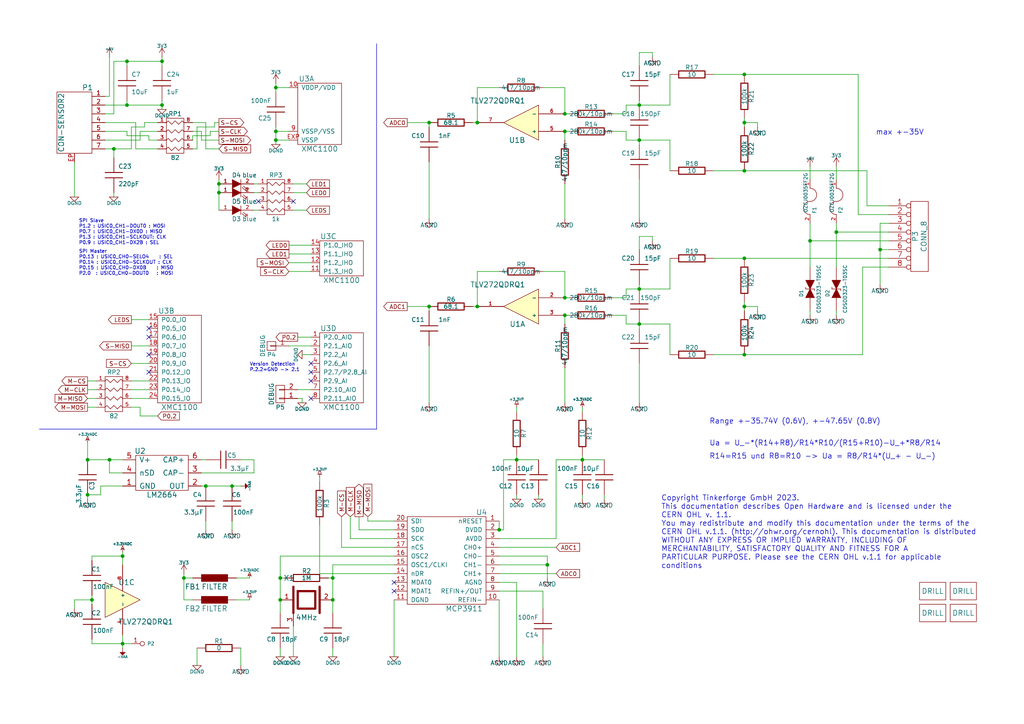
<source format=kicad_sch>
(kicad_sch (version 20230121) (generator eeschema)
  (paper "A4")
  (title_block (title "Industrial Dual Analog In") (date "2023-01-26") (rev "2.2") (company "Tinkerforge GmbH") (comment 1 "Licensed under CERN OHL v.1.1") (comment 2 "Copyright (©) 2023, B.Nordmeyer <bastian@tinkerforge.com>"))
  (junction (at 96.52 173.99))
  (junction (at 63.5 55.88))
  (junction (at 185.42 93.98))
  (junction (at 215.9 21.59))
  (junction (at 35.56 186.69))
  (junction (at 46.99 17.78))
  (junction (at 81.28 173.99))
  (junction (at 67.31 140.97))
  (junction (at 35.56 161.29))
  (junction (at 124.46 35.56))
  (junction (at 36.83 17.78))
  (junction (at 26.67 173.99))
  (junction (at 53.34 167.64))
  (junction (at 163.83 33.02))
  (junction (at 234.95 69.85))
  (junction (at 215.9 88.9))
  (junction (at 185.42 30.48))
  (junction (at 59.69 140.97))
  (junction (at 25.4 143.51))
  (junction (at 185.42 40.64))
  (junction (at 124.46 88.9))
  (junction (at 215.9 35.56))
  (junction (at 158.75 163.83))
  (junction (at 168.91 133.35))
  (junction (at 242.57 67.31))
  (junction (at 36.83 30.48))
  (junction (at 163.83 38.1))
  (junction (at 81.28 167.64))
  (junction (at 31.75 133.35))
  (junction (at 96.52 167.64))
  (junction (at 33.02 43.18))
  (junction (at 80.01 38.1))
  (junction (at 215.9 74.93))
  (junction (at 144.78 153.67))
  (junction (at 80.01 40.64))
  (junction (at 255.27 72.39))
  (junction (at 80.01 25.4))
  (junction (at 149.86 133.35))
  (junction (at 25.4 133.35))
  (junction (at 163.83 91.44))
  (junction (at 185.42 83.82))
  (junction (at 138.43 88.9))
  (junction (at 138.43 35.56))
  (junction (at 215.9 102.87))
  (junction (at 163.83 86.36))
  (junction (at 215.9 49.53))
  (junction (at 63.5 53.34))
  (junction (at 46.99 30.48))
  (no_connect (at 43.18 102.87))
  (no_connect (at 114.3 171.45))
  (no_connect (at 74.93 58.42))
  (no_connect (at 90.17 110.49))
  (no_connect (at 90.17 115.57))
  (no_connect (at 43.18 95.25))
  (no_connect (at 43.18 107.95))
  (no_connect (at 43.18 97.79))
  (no_connect (at 114.3 168.91))
  (no_connect (at 90.17 107.95))
  (no_connect (at 90.17 105.41))
  (no_connect (at 85.09 58.42))
  (wire (pts (xy 251.46 49.53) (xy 251.46 59.69)))
  (wire (pts (xy 80.01 24.13) (xy 80.01 25.4)))
  (wire (pts (xy 215.9 35.56) (xy 215.9 36.83)))
  (wire (pts (xy 106.68 151.13) (xy 106.68 149.86)))
  (wire (pts (xy 35.56 186.69) (xy 38.1 186.69)))
  (wire (pts (xy 165.1 86.36) (xy 163.83 86.36)))
  (wire (pts (xy 163.83 116.84) (xy 163.83 106.68)))
  (wire (pts (xy 59.69 151.13) (xy 59.69 153.67)))
  (wire (pts (xy 26.67 186.69) (xy 35.56 186.69)))
  (wire (pts (xy 185.42 30.48) (xy 185.42 29.21)))
  (wire (pts (xy 251.46 59.69) (xy 257.81 59.69)))
  (wire (pts (xy 63.5 52.07) (xy 63.5 53.34)))
  (wire (pts (xy 31.75 133.35) (xy 25.4 133.35)))
  (wire (pts (xy 215.9 35.56) (xy 219.71 35.56)))
  (wire (pts (xy 124.46 35.56) (xy 124.46 36.83)))
  (wire (pts (xy 138.43 25.4) (xy 144.78 25.4)))
  (wire (pts (xy 40.64 40.64) (xy 40.64 38.1)))
  (wire (pts (xy 30.48 27.94) (xy 31.75 27.94)))
  (wire (pts (xy 242.57 64.77) (xy 242.57 67.31)))
  (wire (pts (xy 57.15 43.18) (xy 57.15 36.83)))
  (wire (pts (xy 181.61 93.98) (xy 181.61 91.44)))
  (wire (pts (xy 219.71 35.56) (xy 219.71 36.83)))
  (wire (pts (xy 149.86 133.35) (xy 156.21 133.35)))
  (wire (pts (xy 35.56 161.29) (xy 26.67 161.29)))
  (wire (pts (xy 101.6 156.21) (xy 101.6 149.86)))
  (wire (pts (xy 207.01 74.93) (xy 215.9 74.93)))
  (wire (pts (xy 144.78 158.75) (xy 161.29 158.75)))
  (wire (pts (xy 163.83 91.44) (xy 163.83 93.98)))
  (wire (pts (xy 62.23 35.56) (xy 63.5 35.56)))
  (wire (pts (xy 26.67 161.29) (xy 26.67 162.56)))
  (wire (pts (xy 185.42 68.58) (xy 185.42 72.39)))
  (wire (pts (xy 36.83 38.1) (xy 36.83 39.37)))
  (wire (pts (xy 33.02 33.02) (xy 33.02 17.78)))
  (wire (pts (xy 101.6 156.21) (xy 114.3 156.21)))
  (wire (pts (xy 67.31 140.97) (xy 69.85 140.97)))
  (wire (pts (xy 80.01 40.64) (xy 83.82 40.64)))
  (wire (pts (xy 165.1 33.02) (xy 163.83 33.02)))
  (wire (pts (xy 38.1 92.71) (xy 43.18 92.71)))
  (wire (pts (xy 59.69 35.56) (xy 59.69 43.18)))
  (wire (pts (xy 38.1 105.41) (xy 43.18 105.41)))
  (wire (pts (xy 30.48 30.48) (xy 36.83 30.48)))
  (wire (pts (xy 27.94 113.03) (xy 25.4 113.03)))
  (wire (pts (xy 25.4 133.35) (xy 25.4 128.27)))
  (wire (pts (xy 144.78 151.13) (xy 144.78 153.67)))
  (wire (pts (xy 90.17 76.2) (xy 83.82 76.2)))
  (wire (pts (xy 118.11 35.56) (xy 124.46 35.56)))
  (wire (pts (xy 219.71 88.9) (xy 219.71 90.17)))
  (wire (pts (xy 255.27 72.39) (xy 255.27 82.55)))
  (wire (pts (xy 36.83 19.05) (xy 36.83 17.78)))
  (wire (pts (xy 80.01 40.64) (xy 80.01 38.1)))
  (wire (pts (xy 38.1 113.03) (xy 43.18 113.03)))
  (wire (pts (xy 215.9 88.9) (xy 219.71 88.9)))
  (wire (pts (xy 149.86 119.38) (xy 149.86 118.11)))
  (wire (pts (xy 59.69 140.97) (xy 67.31 140.97)))
  (wire (pts (xy 215.9 87.63) (xy 215.9 88.9)))
  (wire (pts (xy 163.83 78.74) (xy 157.48 78.74)))
  (wire (pts (xy 74.93 55.88) (xy 73.66 55.88)))
  (wire (pts (xy 41.91 35.56) (xy 45.72 35.56)))
  (wire (pts (xy 144.78 168.91) (xy 149.86 168.91)))
  (wire (pts (xy 85.09 60.96) (xy 88.9 60.96)))
  (wire (pts (xy 185.42 83.82) (xy 194.31 83.82)))
  (wire (pts (xy 46.99 30.48) (xy 46.99 31.75)))
  (wire (pts (xy 45.72 120.65) (xy 40.64 120.65)))
  (wire (pts (xy 30.48 38.1) (xy 36.83 38.1)))
  (wire (pts (xy 57.15 187.96) (xy 57.15 193.04)))
  (wire (pts (xy 234.95 69.85) (xy 257.81 69.85)))
  (wire (pts (xy 35.56 133.35) (xy 31.75 133.35)))
  (wire (pts (xy 60.96 38.1) (xy 63.5 38.1)))
  (wire (pts (xy 114.3 166.37) (xy 92.71 166.37)))
  (polyline (pts (xy 109.22 12.7) (xy 109.22 124.46)))
  (wire (pts (xy 88.9 55.88) (xy 85.09 55.88)))
  (wire (pts (xy 27.94 115.57) (xy 25.4 115.57)))
  (wire (pts (xy 38.1 43.18) (xy 38.1 36.83)))
  (wire (pts (xy 80.01 41.91) (xy 80.01 40.64)))
  (wire (pts (xy 234.95 69.85) (xy 234.95 77.47)))
  (wire (pts (xy 163.83 63.5) (xy 163.83 53.34)))
  (wire (pts (xy 86.36 97.79) (xy 90.17 97.79)))
  (wire (pts (xy 25.4 110.49) (xy 27.94 110.49)))
  (wire (pts (xy 83.82 25.4) (xy 80.01 25.4)))
  (wire (pts (xy 181.61 30.48) (xy 185.42 30.48)))
  (wire (pts (xy 250.19 77.47) (xy 257.81 77.47)))
  (wire (pts (xy 215.9 88.9) (xy 215.9 90.17)))
  (wire (pts (xy 161.29 156.21) (xy 161.29 133.35)))
  (wire (pts (xy 157.48 171.45) (xy 157.48 176.53)))
  (wire (pts (xy 55.88 43.18) (xy 57.15 43.18)))
  (wire (pts (xy 234.95 52.07) (xy 234.95 48.26)))
  (wire (pts (xy 144.78 161.29) (xy 158.75 161.29)))
  (wire (pts (xy 38.1 100.33) (xy 43.18 100.33)))
  (wire (pts (xy 36.83 17.78) (xy 46.99 17.78)))
  (wire (pts (xy 31.75 137.16) (xy 31.75 133.35)))
  (wire (pts (xy 144.78 190.5) (xy 144.78 173.99)))
  (wire (pts (xy 25.4 143.51) (xy 25.4 144.78)))
  (wire (pts (xy 46.99 29.21) (xy 46.99 30.48)))
  (wire (pts (xy 36.83 30.48) (xy 36.83 29.21)))
  (wire (pts (xy 144.78 163.83) (xy 158.75 163.83)))
  (wire (pts (xy 83.82 73.66) (xy 90.17 73.66)))
  (wire (pts (xy 185.42 41.91) (xy 185.42 40.64)))
  (wire (pts (xy 35.56 184.15) (xy 35.56 186.69)))
  (wire (pts (xy 80.01 38.1) (xy 80.01 36.83)))
  (wire (pts (xy 53.34 166.37) (xy 53.34 167.64)))
  (wire (pts (xy 68.58 173.99) (xy 72.39 173.99)))
  (wire (pts (xy 138.43 35.56) (xy 138.43 25.4)))
  (wire (pts (xy 177.8 33.02) (xy 181.61 33.02)))
  (wire (pts (xy 161.29 133.35) (xy 168.91 133.35)))
  (wire (pts (xy 83.82 38.1) (xy 80.01 38.1)))
  (wire (pts (xy 234.95 64.77) (xy 234.95 69.85)))
  (wire (pts (xy 104.14 153.67) (xy 104.14 149.86)))
  (wire (pts (xy 185.42 95.25) (xy 185.42 93.98)))
  (wire (pts (xy 215.9 49.53) (xy 251.46 49.53)))
  (wire (pts (xy 96.52 163.83) (xy 96.52 167.64)))
  (wire (pts (xy 33.02 57.15) (xy 33.02 55.88)))
  (wire (pts (xy 58.42 40.64) (xy 63.5 40.64)))
  (wire (pts (xy 242.57 67.31) (xy 242.57 77.47)))
  (wire (pts (xy 73.66 60.96) (xy 74.93 60.96)))
  (wire (pts (xy 73.66 53.34) (xy 74.93 53.34)))
  (wire (pts (xy 62.23 36.83) (xy 62.23 35.56)))
  (wire (pts (xy 181.61 83.82) (xy 185.42 83.82)))
  (wire (pts (xy 30.48 43.18) (xy 33.02 43.18)))
  (wire (pts (xy 38.1 115.57) (xy 43.18 115.57)))
  (wire (pts (xy 168.91 133.35) (xy 175.26 133.35)))
  (wire (pts (xy 114.3 163.83) (xy 96.52 163.83)))
  (wire (pts (xy 138.43 88.9) (xy 138.43 78.74)))
  (wire (pts (xy 58.42 38.1) (xy 58.42 40.64)))
  (wire (pts (xy 63.5 53.34) (xy 63.5 55.88)))
  (wire (pts (xy 124.46 116.84) (xy 124.46 100.33)))
  (wire (pts (xy 55.88 39.37) (xy 60.96 39.37)))
  (wire (pts (xy 248.92 62.23) (xy 257.81 62.23)))
  (wire (pts (xy 181.61 40.64) (xy 185.42 40.64)))
  (wire (pts (xy 215.9 102.87) (xy 250.19 102.87)))
  (wire (pts (xy 55.88 38.1) (xy 58.42 38.1)))
  (wire (pts (xy 53.34 167.64) (xy 53.34 173.99)))
  (wire (pts (xy 207.01 102.87) (xy 215.9 102.87)))
  (wire (pts (xy 26.67 186.69) (xy 26.67 185.42)))
  (wire (pts (xy 185.42 105.41) (xy 185.42 116.84)))
  (wire (pts (xy 92.71 166.37) (xy 92.71 152.4)))
  (wire (pts (xy 33.02 43.18) (xy 38.1 43.18)))
  (wire (pts (xy 46.99 16.51) (xy 46.99 17.78)))
  (wire (pts (xy 255.27 64.77) (xy 255.27 72.39)))
  (wire (pts (xy 165.1 38.1) (xy 163.83 38.1)))
  (wire (pts (xy 114.3 153.67) (xy 104.14 153.67)))
  (wire (pts (xy 137.16 35.56) (xy 138.43 35.56)))
  (wire (pts (xy 39.37 43.18) (xy 45.72 43.18)))
  (wire (pts (xy 67.31 151.13) (xy 67.31 153.67)))
  (wire (pts (xy 242.57 91.44) (xy 242.57 90.17)))
  (wire (pts (xy 99.06 158.75) (xy 99.06 149.86)))
  (wire (pts (xy 81.28 167.64) (xy 81.28 173.99)))
  (wire (pts (xy 81.28 167.64) (xy 82.55 167.64)))
  (wire (pts (xy 59.69 133.35) (xy 58.42 133.35)))
  (wire (pts (xy 73.66 133.35) (xy 69.85 133.35)))
  (wire (pts (xy 146.05 153.67) (xy 146.05 133.35)))
  (wire (pts (xy 21.59 173.99) (xy 21.59 176.53)))
  (wire (pts (xy 175.26 144.78) (xy 175.26 143.51)))
  (wire (pts (xy 92.71 139.7) (xy 92.71 138.43)))
  (wire (pts (xy 144.78 156.21) (xy 161.29 156.21)))
  (wire (pts (xy 189.23 69.85) (xy 189.23 68.58)))
  (wire (pts (xy 35.56 161.29) (xy 35.56 163.83)))
  (wire (pts (xy 35.56 140.97) (xy 29.21 140.97)))
  (wire (pts (xy 33.02 45.72) (xy 33.02 43.18)))
  (wire (pts (xy 43.18 39.37) (xy 43.18 40.64)))
  (wire (pts (xy 158.75 163.83) (xy 158.75 167.64)))
  (wire (pts (xy 234.95 91.44) (xy 234.95 90.17)))
  (wire (pts (xy 168.91 133.35) (xy 168.91 132.08)))
  (wire (pts (xy 215.9 34.29) (xy 215.9 35.56)))
  (wire (pts (xy 181.61 40.64) (xy 181.61 38.1)))
  (wire (pts (xy 80.01 25.4) (xy 80.01 26.67)))
  (wire (pts (xy 149.86 144.78) (xy 149.86 143.51)))
  (wire (pts (xy 39.37 35.56) (xy 39.37 43.18)))
  (wire (pts (xy 118.11 88.9) (xy 124.46 88.9)))
  (wire (pts (xy 30.48 35.56) (xy 39.37 35.56)))
  (wire (pts (xy 189.23 15.24) (xy 185.42 15.24)))
  (wire (pts (xy 242.57 52.07) (xy 242.57 48.26)))
  (wire (pts (xy 87.63 115.57) (xy 87.63 116.84)))
  (wire (pts (xy 149.86 168.91) (xy 149.86 190.5)))
  (wire (pts (xy 60.96 39.37) (xy 60.96 38.1)))
  (wire (pts (xy 31.75 27.94) (xy 31.75 16.51)))
  (wire (pts (xy 146.05 133.35) (xy 149.86 133.35)))
  (wire (pts (xy 40.64 118.11) (xy 38.1 118.11)))
  (wire (pts (xy 156.21 144.78) (xy 156.21 143.51)))
  (wire (pts (xy 114.3 151.13) (xy 106.68 151.13)))
  (wire (pts (xy 35.56 160.02) (xy 35.56 161.29)))
  (wire (pts (xy 185.42 40.64) (xy 194.31 40.64)))
  (wire (pts (xy 30.48 40.64) (xy 40.64 40.64)))
  (wire (pts (xy 124.46 88.9) (xy 124.46 90.17)))
  (wire (pts (xy 41.91 36.83) (xy 41.91 35.56)))
  (wire (pts (xy 58.42 137.16) (xy 73.66 137.16)))
  (wire (pts (xy 53.34 173.99) (xy 55.88 173.99)))
  (wire (pts (xy 207.01 21.59) (xy 215.9 21.59)))
  (wire (pts (xy 189.23 68.58) (xy 185.42 68.58)))
  (wire (pts (xy 26.67 172.72) (xy 26.67 173.99)))
  (wire (pts (xy 57.15 36.83) (xy 62.23 36.83)))
  (wire (pts (xy 43.18 110.49) (xy 38.1 110.49)))
  (wire (pts (xy 248.92 21.59) (xy 248.92 62.23)))
  (wire (pts (xy 250.19 102.87) (xy 250.19 77.47)))
  (wire (pts (xy 177.8 86.36) (xy 181.61 86.36)))
  (wire (pts (xy 255.27 72.39) (xy 257.81 72.39)))
  (wire (pts (xy 69.85 193.04) (xy 69.85 187.96)))
  (wire (pts (xy 185.42 93.98) (xy 194.31 93.98)))
  (wire (pts (xy 55.88 35.56) (xy 59.69 35.56)))
  (wire (pts (xy 207.01 49.53) (xy 215.9 49.53)))
  (wire (pts (xy 189.23 16.51) (xy 189.23 15.24)))
  (wire (pts (xy 36.83 30.48) (xy 46.99 30.48)))
  (wire (pts (xy 194.31 40.64) (xy 194.31 49.53)))
  (wire (pts (xy 158.75 161.29) (xy 158.75 163.83)))
  (wire (pts (xy 81.28 161.29) (xy 81.28 167.64)))
  (wire (pts (xy 114.3 161.29) (xy 81.28 161.29)))
  (polyline (pts (xy 109.22 124.46) (xy 11.43 124.46)))
  (wire (pts (xy 99.06 158.75) (xy 114.3 158.75)))
  (wire (pts (xy 181.61 91.44) (xy 177.8 91.44)))
  (wire (pts (xy 63.5 55.88) (xy 63.5 60.96)))
  (wire (pts (xy 81.28 173.99) (xy 81.28 177.8)))
  (wire (pts (xy 194.31 30.48) (xy 194.31 21.59)))
  (wire (pts (xy 83.82 71.12) (xy 90.17 71.12)))
  (wire (pts (xy 38.1 36.83) (xy 41.91 36.83)))
  (wire (pts (xy 46.99 17.78) (xy 46.99 19.05)))
  (wire (pts (xy 59.69 43.18) (xy 63.5 43.18)))
  (wire (pts (xy 163.83 38.1) (xy 163.83 40.64)))
  (wire (pts (xy 215.9 74.93) (xy 257.81 74.93)))
  (wire (pts (xy 181.61 93.98) (xy 185.42 93.98)))
  (wire (pts (xy 149.86 133.35) (xy 149.86 132.08)))
  (wire (pts (xy 138.43 78.74) (xy 144.78 78.74)))
  (wire (pts (xy 40.64 120.65) (xy 40.64 118.11)))
  (wire (pts (xy 114.3 173.99) (xy 114.3 190.5)))
  (wire (pts (xy 55.88 40.64) (xy 55.88 39.37)))
  (wire (pts (xy 81.28 190.5) (xy 81.28 187.96)))
  (wire (pts (xy 87.63 102.87) (xy 90.17 102.87)))
  (wire (pts (xy 215.9 21.59) (xy 248.92 21.59)))
  (wire (pts (xy 29.21 140.97) (xy 29.21 143.51)))
  (wire (pts (xy 168.91 144.78) (xy 168.91 143.51)))
  (wire (pts (xy 165.1 91.44) (xy 163.83 91.44)))
  (wire (pts (xy 96.52 190.5) (xy 96.52 187.96)))
  (wire (pts (xy 29.21 143.51) (xy 25.4 143.51)))
  (wire (pts (xy 242.57 67.31) (xy 257.81 67.31)))
  (wire (pts (xy 83.82 78.74) (xy 90.17 78.74)))
  (wire (pts (xy 161.29 166.37) (xy 144.78 166.37)))
  (wire (pts (xy 86.36 115.57) (xy 87.63 115.57)))
  (wire (pts (xy 181.61 33.02) (xy 181.61 30.48)))
  (wire (pts (xy 83.82 100.33) (xy 90.17 100.33)))
  (wire (pts (xy 85.09 181.61) (xy 85.09 190.5)))
  (wire (pts (xy 194.31 93.98) (xy 194.31 102.87)))
  (wire (pts (xy 21.59 57.15) (xy 21.59 46.99)))
  (wire (pts (xy 181.61 86.36) (xy 181.61 83.82)))
  (wire (pts (xy 96.52 167.64) (xy 96.52 173.99)))
  (wire (pts (xy 58.42 140.97) (xy 59.69 140.97)))
  (wire (pts (xy 35.56 186.69) (xy 35.56 187.96)))
  (wire (pts (xy 137.16 88.9) (xy 138.43 88.9)))
  (wire (pts (xy 95.25 167.64) (xy 96.52 167.64)))
  (wire (pts (xy 35.56 137.16) (xy 31.75 137.16)))
  (wire (pts (xy 185.42 52.07) (xy 185.42 63.5)))
  (wire (pts (xy 26.67 173.99) (xy 21.59 173.99)))
  (wire (pts (xy 185.42 15.24) (xy 185.42 19.05)))
  (wire (pts (xy 157.48 190.5) (xy 157.48 186.69)))
  (wire (pts (xy 185.42 83.82) (xy 185.42 82.55)))
  (wire (pts (xy 27.94 118.11) (xy 25.4 118.11)))
  (wire (pts (xy 194.31 83.82) (xy 194.31 74.93)))
  (wire (pts (xy 181.61 38.1) (xy 177.8 38.1)))
  (wire (pts (xy 43.18 40.64) (xy 45.72 40.64)))
  (wire (pts (xy 36.83 39.37) (xy 43.18 39.37)))
  (wire (pts (xy 73.66 137.16) (xy 73.66 133.35)))
  (wire (pts (xy 86.36 113.03) (xy 90.17 113.03)))
  (wire (pts (xy 26.67 173.99) (xy 26.67 175.26)))
  (wire (pts (xy 144.78 171.45) (xy 157.48 171.45)))
  (wire (pts (xy 68.58 167.64) (xy 72.39 167.64)))
  (wire (pts (xy 255.27 64.77) (xy 257.81 64.77)))
  (wire (pts (xy 168.91 119.38) (xy 168.91 118.11)))
  (wire (pts (xy 124.46 63.5) (xy 124.46 46.99)))
  (wire (pts (xy 185.42 30.48) (xy 194.31 30.48)))
  (wire (pts (xy 163.83 86.36) (xy 163.83 78.74)))
  (wire (pts (xy 40.64 38.1) (xy 45.72 38.1)))
  (wire (pts (xy 163.83 33.02) (xy 163.83 25.4)))
  (wire (pts (xy 144.78 153.67) (xy 146.05 153.67)))
  (wire (pts (xy 33.02 17.78) (xy 36.83 17.78)))
  (wire (pts (xy 53.34 167.64) (xy 55.88 167.64)))
  (wire (pts (xy 163.83 25.4) (xy 157.48 25.4)))
  (wire (pts (xy 30.48 33.02) (xy 33.02 33.02)))
  (wire (pts (xy 85.09 53.34) (xy 88.9 53.34)))
  (wire (pts (xy 96.52 173.99) (xy 96.52 177.8)))
  (text "Range +-35.74V (0.6V), +-47.65V (0.8V)" (at 205.74 123.19 0) (effects (font (size 1.524 1.524)) (justify left bottom)))
  (text "Ua = U_-*(R14+R8)/R14*R10/(R15+R10)-U_+*R8/R14" (at 205.74 129.54 0) (effects (font (size 1.524 1.524)) (justify left bottom)))
  (text "R14=R15 und R8=R10 -> Ua = R8/R14*(U_+ - U_-)" (at 205.74 133.35 0) (effects (font (size 1.524 1.524)) (justify left bottom)))
  (text "max +-35V" (at 254 39.37 0) (effects (font (size 1.524 1.524)) (justify left bottom)))
  (text "SPI Slave\nP1.2 : USIC0_CH1-DOUT0 : MOSI\nP0.7 : USIC0_CH1-DX0D : MISO\nP1.3 : USIC0_CH1-SCLKOUT: CLK\nP0.9 : USIC0_CH1-DX2B : SEL\n" (at 22.86 71.12 0) (effects (font (size 0.9906 0.9906)) (justify left bottom)))
  (text "Version Detection \nP.2.2=GND -> 2.1" (at 72.39 107.95 0) (effects (font (size 0.9906 0.9906)) (justify left bottom)))
  (text "Copyright Tinkerforge GmbH 2023.\nThis documentation describes Open Hardware and is licensed under the\nCERN OHL v. 1.1.\nYou may redistribute and modify this documentation under the terms of the\nCERN OHL v.1.1. (http://ohwr.org/cernohl). This documentation is distributed\nWITHOUT ANY EXPRESS OR IMPLIED WARRANTY, INCLUDING OF\nMERCHANTABILITY, SATISFACTORY QUALITY AND FITNESS FOR A\nPARTICULAR PURPOSE. Please see the CERN OHL v.1.1 for applicable\nconditions\n" (at 191.77 165.1 0) (effects (font (size 1.524 1.524)) (justify left bottom)))
  (text "SPI Master\nP0.13 : USIC0_CH0-SELO4    : SEL\nP0.14 : USIC0_CH0-SCLKOUT : CLK\nP0.15 : USIC0_CH0-DX0B    : MISO\nP2.0  : USIC0_CH0-DOUT0   : MOSI" (at 22.86 80.01 0) (effects (font (size 0.9906 0.9906)) (justify left bottom)))
  (global_label "S-CLK" (shape input) (at 83.82 78.74 180) (effects (font (size 1.1938 1.1938))) (property "Intersheetrefs" "${INTERSHEET_REFS}" (effects hide)))
  (global_label "ADC0" (shape output) (at 118.11 35.56 180) (effects (font (size 1.1938 1.1938))) (property "Intersheetrefs" "${INTERSHEET_REFS}" (effects hide)))
  (global_label "M-MOSI" (shape output) (at 25.4 118.11 180) (effects (font (size 1.1938 1.1938))) (property "Intersheetrefs" "${INTERSHEET_REFS}" (effects hide)))
  (global_label "LED1" (shape output) (at 83.82 73.66 180) (effects (font (size 1.1938 1.1938))) (property "Intersheetrefs" "${INTERSHEET_REFS}" (effects hide)))
  (global_label "S-MOSI" (shape input) (at 83.82 76.2 180) (effects (font (size 1.1938 1.1938))) (property "Intersheetrefs" "${INTERSHEET_REFS}" (effects hide)))
  (global_label "LEDS" (shape input) (at 88.9 60.96 0) (effects (font (size 1.1938 1.1938))) (property "Intersheetrefs" "${INTERSHEET_REFS}" (effects hide)))
  (global_label "M-CLK" (shape input) (at 101.6 149.86 90) (effects (font (size 1.1938 1.1938))) (property "Intersheetrefs" "${INTERSHEET_REFS}" (effects hide)))
  (global_label "ADC1" (shape input) (at 161.29 158.75 0) (effects (font (size 1.1938 1.1938))) (property "Intersheetrefs" "${INTERSHEET_REFS}" (effects hide)))
  (global_label "LED0" (shape output) (at 83.82 71.12 180) (effects (font (size 1.1938 1.1938))) (property "Intersheetrefs" "${INTERSHEET_REFS}" (effects hide)))
  (global_label "P0.2" (shape input) (at 45.72 120.65 0) (effects (font (size 1.1938 1.1938))) (property "Intersheetrefs" "${INTERSHEET_REFS}" (effects hide)))
  (global_label "M-CS" (shape output) (at 25.4 110.49 180) (effects (font (size 1.1938 1.1938))) (property "Intersheetrefs" "${INTERSHEET_REFS}" (effects hide)))
  (global_label "LED0" (shape input) (at 88.9 55.88 0) (effects (font (size 1.1938 1.1938))) (property "Intersheetrefs" "${INTERSHEET_REFS}" (effects hide)))
  (global_label "M-MISO" (shape output) (at 104.14 149.86 90) (effects (font (size 1.1938 1.1938))) (property "Intersheetrefs" "${INTERSHEET_REFS}" (effects hide)))
  (global_label "LEDS" (shape output) (at 38.1 92.71 180) (effects (font (size 1.1938 1.1938))) (property "Intersheetrefs" "${INTERSHEET_REFS}" (effects hide)))
  (global_label "M-MOSI" (shape input) (at 106.68 149.86 90) (effects (font (size 1.1938 1.1938))) (property "Intersheetrefs" "${INTERSHEET_REFS}" (effects hide)))
  (global_label "M-MISO" (shape input) (at 25.4 115.57 180) (effects (font (size 1.1938 1.1938))) (property "Intersheetrefs" "${INTERSHEET_REFS}" (effects hide)))
  (global_label "M-CS" (shape input) (at 99.06 149.86 90) (effects (font (size 1.1938 1.1938))) (property "Intersheetrefs" "${INTERSHEET_REFS}" (effects hide)))
  (global_label "P0.2" (shape output) (at 86.36 97.79 180) (effects (font (size 1.1938 1.1938))) (property "Intersheetrefs" "${INTERSHEET_REFS}" (effects hide)))
  (global_label "S-CLK" (shape output) (at 63.5 38.1 0) (effects (font (size 1.1938 1.1938))) (property "Intersheetrefs" "${INTERSHEET_REFS}" (effects hide)))
  (global_label "S-MISO" (shape output) (at 38.1 100.33 180) (effects (font (size 1.1938 1.1938))) (property "Intersheetrefs" "${INTERSHEET_REFS}" (effects hide)))
  (global_label "M-CLK" (shape output) (at 25.4 113.03 180) (effects (font (size 1.1938 1.1938))) (property "Intersheetrefs" "${INTERSHEET_REFS}" (effects hide)))
  (global_label "ADC1" (shape output) (at 118.11 88.9 180) (effects (font (size 1.1938 1.1938))) (property "Intersheetrefs" "${INTERSHEET_REFS}" (effects hide)))
  (global_label "S-MISO" (shape input) (at 63.5 43.18 0) (effects (font (size 1.1938 1.1938))) (property "Intersheetrefs" "${INTERSHEET_REFS}" (effects hide)))
  (global_label "S-CS" (shape input) (at 38.1 105.41 180) (effects (font (size 1.1938 1.1938))) (property "Intersheetrefs" "${INTERSHEET_REFS}" (effects hide)))
  (global_label "S-CS" (shape output) (at 63.5 35.56 0) (effects (font (size 1.1938 1.1938))) (property "Intersheetrefs" "${INTERSHEET_REFS}" (effects hide)))
  (global_label "S-MOSI" (shape output) (at 63.5 40.64 0) (effects (font (size 1.1938 1.1938))) (property "Intersheetrefs" "${INTERSHEET_REFS}" (effects hide)))
  (global_label "LED1" (shape input) (at 88.9 53.34 0) (effects (font (size 1.1938 1.1938))) (property "Intersheetrefs" "${INTERSHEET_REFS}" (effects hide)))
  (global_label "ADC0" (shape input) (at 161.29 166.37 0) (effects (font (size 1.1938 1.1938))) (property "Intersheetrefs" "${INTERSHEET_REFS}" (effects hide)))
  (symbol (lib_id "tinkerforge:3V3") (at 46.99 16.51 0) (unit 1)
    (property "Reference" "#PWR01" (effects hide))
    (property "Value" "3V3" (at 46.99 13.335 0) (effects (font (size 1.016 1.016))))
  )
  (symbol (lib_id "tinkerforge:C") (at 36.83 24.13 0) (unit 1)
    (property "Reference" "C7" (at 38.1 21.59 0) (effects (justify left)))
    (property "Value" "10uF" (at 38.1 26.67 0) (effects (justify left)))
    (property "Footprint" "kicad-libraries:C0805" (effects hide))
  )
  (symbol (lib_id "tinkerforge:DRILL") (at 279.4 177.8 0) (unit 1)
    (property "Reference" "U8" (effects hide))
    (property "Value" "DRILL" (at 279.4 177.8 0) (effects (font (size 1.524 1.524))))
    (property "Footprint" "kicad-libraries:DRILL_NP" (effects hide))
  )
  (symbol (lib_id "tinkerforge:DRILL") (at 279.4 171.45 0) (unit 1)
    (property "Reference" "U7" (effects hide))
    (property "Value" "DRILL" (at 279.4 171.45 0) (effects (font (size 1.524 1.524))))
    (property "Footprint" "kicad-libraries:DRILL_NP" (effects hide))
  )
  (symbol (lib_id "tinkerforge:DRILL") (at 270.51 171.45 0) (unit 1)
    (property "Reference" "U5" (effects hide))
    (property "Value" "DRILL" (at 270.51 171.45 0) (effects (font (size 1.524 1.524))))
    (property "Footprint" "kicad-libraries:DRILL_NP" (effects hide))
  )
  (symbol (lib_id "tinkerforge:DRILL") (at 270.51 177.8 0) (unit 1)
    (property "Reference" "U6" (effects hide))
    (property "Value" "DRILL" (at 270.51 177.8 0) (effects (font (size 1.524 1.524))))
    (property "Footprint" "kicad-libraries:DRILL_NP" (effects hide))
  )
  (symbol (lib_id "tinkerforge:+5V") (at 31.75 16.51 0) (unit 1)
    (property "Reference" "#PWR02" (effects hide))
    (property "Value" "+5V" (at 31.75 14.224 0) (effects (font (size 0.762 0.762))))
  )
  (symbol (lib_id "tinkerforge:AGND") (at 69.85 193.04 0) (unit 1)
    (property "Reference" "#PWR026" (effects hide))
    (property "Value" "AGND" (at 69.85 194.818 0))
  )
  (symbol (lib_id "tinkerforge:MCP3911") (at 129.54 162.56 0) (mirror y) (unit 1)
    (property "Reference" "U4" (at 139.7 148.59 0) (effects (font (size 1.524 1.524))))
    (property "Value" "MCP3911" (at 134.62 176.53 0) (effects (font (size 1.524 1.524))))
    (property "Footprint" "kicad-libraries:SSOP20-53" (effects hide))
  )
  (symbol (lib_id "tinkerforge:AGND") (at 149.86 190.5 0) (unit 1)
    (property "Reference" "#PWR03" (effects hide))
    (property "Value" "AGND" (at 149.86 192.278 0))
  )
  (symbol (lib_id "tinkerforge:C") (at 81.28 182.88 180) (unit 1)
    (property "Reference" "C8" (at 80.01 185.42 0) (effects (justify left)))
    (property "Value" "18pF" (at 86.36 185.42 0) (effects (justify left)))
    (property "Footprint" "kicad-libraries:C0603F" (effects hide))
  )
  (symbol (lib_id "tinkerforge:C") (at 96.52 182.88 180) (unit 1)
    (property "Reference" "C9" (at 95.25 185.42 0) (effects (justify left)))
    (property "Value" "18pF" (at 101.6 185.42 0) (effects (justify left)))
    (property "Footprint" "kicad-libraries:C0603F" (effects hide))
  )
  (symbol (lib_id "tinkerforge:C") (at 157.48 181.61 180) (unit 1)
    (property "Reference" "C14" (at 156.21 184.15 0) (effects (justify left)))
    (property "Value" "100nF" (at 156.21 179.07 0) (effects (justify left)))
    (property "Footprint" "kicad-libraries:C0603F" (effects hide))
  )
  (symbol (lib_id "tinkerforge:AGND") (at 157.48 190.5 0) (unit 1)
    (property "Reference" "#PWR04" (effects hide))
    (property "Value" "AGND" (at 157.48 192.278 0))
  )
  (symbol (lib_id "tinkerforge:AGND") (at 144.78 190.5 0) (unit 1)
    (property "Reference" "#PWR05" (effects hide))
    (property "Value" "AGND" (at 144.78 192.278 0))
  )
  (symbol (lib_id "tinkerforge:C") (at 175.26 138.43 180) (unit 1)
    (property "Reference" "C16" (at 173.99 140.97 0) (effects (justify left)))
    (property "Value" "10µF" (at 173.99 135.89 0) (effects (justify left)))
    (property "Footprint" "kicad-libraries:C0603F" (effects hide))
  )
  (symbol (lib_id "tinkerforge:C") (at 168.91 138.43 180) (unit 1)
    (property "Reference" "C15" (at 167.64 140.97 0) (effects (justify left)))
    (property "Value" "100nF" (at 167.64 135.89 0) (effects (justify left)))
    (property "Footprint" "kicad-libraries:C0603F" (effects hide))
  )
  (symbol (lib_id "tinkerforge:C") (at 156.21 138.43 180) (unit 1)
    (property "Reference" "C13" (at 154.94 140.97 0) (effects (justify left)))
    (property "Value" "10µF" (at 154.94 135.89 0) (effects (justify left)))
    (property "Footprint" "kicad-libraries:C0603F" (effects hide))
  )
  (symbol (lib_id "tinkerforge:C") (at 149.86 138.43 180) (unit 1)
    (property "Reference" "C12" (at 148.59 140.97 0) (effects (justify left)))
    (property "Value" "100nF" (at 148.59 135.89 0) (effects (justify left)))
    (property "Footprint" "kicad-libraries:C0603F" (effects hide))
  )
  (symbol (lib_id "tinkerforge:AGND") (at 168.91 144.78 0) (unit 1)
    (property "Reference" "#PWR06" (effects hide))
    (property "Value" "AGND" (at 168.91 146.558 0))
  )
  (symbol (lib_id "tinkerforge:AGND") (at 175.26 144.78 0) (unit 1)
    (property "Reference" "#PWR07" (effects hide))
    (property "Value" "AGND" (at 175.26 146.558 0))
  )
  (symbol (lib_id "tinkerforge:R") (at 149.86 125.73 0) (unit 1)
    (property "Reference" "R7" (at 151.892 125.73 90))
    (property "Value" "10" (at 149.86 125.73 90))
    (property "Footprint" "kicad-libraries:R0603F" (effects hide))
  )
  (symbol (lib_id "tinkerforge:R") (at 168.91 125.73 0) (unit 1)
    (property "Reference" "R12" (at 170.942 125.73 90))
    (property "Value" "10" (at 168.91 125.73 90))
    (property "Footprint" "kicad-libraries:R0603F" (effects hide))
  )
  (symbol (lib_id "tinkerforge:DGND") (at 149.86 144.78 0) (unit 1)
    (property "Reference" "#PWR08" (effects hide))
    (property "Value" "DGND" (at 149.86 146.558 0) (effects (font (size 1.016 1.016))))
  )
  (symbol (lib_id "tinkerforge:DGND") (at 156.21 144.78 0) (unit 1)
    (property "Reference" "#PWR09" (effects hide))
    (property "Value" "DGND" (at 156.21 146.558 0) (effects (font (size 1.016 1.016))))
  )
  (symbol (lib_id "tinkerforge:DGND") (at 81.28 190.5 0) (unit 1)
    (property "Reference" "#PWR025" (effects hide))
    (property "Value" "DGND" (at 81.28 192.278 0) (effects (font (size 1.016 1.016))))
  )
  (symbol (lib_id "tinkerforge:DGND") (at 96.52 190.5 0) (unit 1)
    (property "Reference" "#PWR024" (effects hide))
    (property "Value" "DGND" (at 96.52 192.278 0) (effects (font (size 1.016 1.016))))
  )
  (symbol (lib_id "tinkerforge:DGND") (at 114.3 190.5 0) (unit 1)
    (property "Reference" "#PWR010" (effects hide))
    (property "Value" "DGND" (at 114.3 192.278 0) (effects (font (size 1.016 1.016))))
  )
  (symbol (lib_id "tinkerforge:R") (at 88.9 167.64 90) (unit 1)
    (property "Reference" "R2" (at 88.9 165.608 90))
    (property "Value" "1M" (at 88.9 167.64 90))
    (property "Footprint" "kicad-libraries:R0603F" (effects hide))
  )
  (symbol (lib_id "tinkerforge:DGND") (at 57.15 193.04 0) (unit 1)
    (property "Reference" "#PWR023" (effects hide))
    (property "Value" "DGND" (at 57.15 194.818 0) (effects (font (size 1.016 1.016))))
  )
  (symbol (lib_id "tinkerforge:R") (at 63.5 187.96 90) (unit 1)
    (property "Reference" "R1" (at 63.5 185.928 90))
    (property "Value" "0" (at 63.5 187.96 90))
    (property "Footprint" "kicad-libraries:R0603F" (effects hide))
  )
  (symbol (lib_id "tinkerforge:INDUCT") (at 62.23 173.99 270) (unit 1)
    (property "Reference" "FB2" (at 55.88 176.53 90) (effects (font (size 1.524 1.524))))
    (property "Value" "FILTER" (at 62.23 176.53 90) (effects (font (size 1.524 1.524))))
    (property "Footprint" "kicad-libraries:C0603F" (effects hide))
  )
  (symbol (lib_id "tinkerforge:TLV272") (at 35.56 173.99 0) (unit 3)
    (property "Reference" "U1" (at 34.29 168.91 0) (effects (font (size 1.524 1.524)) (justify left)))
    (property "Value" "TLV272QDRQ1" (at 34.29 180.34 0) (effects (font (size 1.524 1.524)) (justify left)))
    (property "Footprint" "kicad-libraries:SOIC8" (effects hide))
  )
  (symbol (lib_id "tinkerforge:TLV272") (at 151.13 88.9 180) (unit 1)
    (property "Reference" "U1" (at 152.4 93.98 0) (effects (font (size 1.524 1.524)) (justify left)))
    (property "Value" "TLV272QDRQ1" (at 152.4 82.55 0) (effects (font (size 1.524 1.524)) (justify left)))
    (property "Footprint" "kicad-libraries:SOIC8" (effects hide))
  )
  (symbol (lib_id "tinkerforge:C") (at 185.42 35.56 180) (unit 1)
    (property "Reference" "C18" (at 184.15 33.02 0) (effects (justify left)))
    (property "Value" "150pF" (at 191.77 33.02 0) (effects (justify left)))
    (property "Footprint" "kicad-libraries:C0603F" (effects hide))
  )
  (symbol (lib_id "tinkerforge:R") (at 171.45 38.1 90) (unit 1)
    (property "Reference" "R14" (at 171.45 36.068 90))
    (property "Value" "280k/10ppm" (at 171.45 38.1 90))
    (property "Footprint" "kicad-libraries:R0603F" (effects hide))
  )
  (symbol (lib_id "tinkerforge:R") (at 171.45 33.02 90) (unit 1)
    (property "Reference" "R13" (at 171.45 30.988 90))
    (property "Value" "280k/10ppm" (at 171.45 33.02 90))
    (property "Footprint" "kicad-libraries:R0603F" (effects hide))
  )
  (symbol (lib_id "tinkerforge:R") (at 163.83 46.99 180) (unit 1)
    (property "Reference" "R10" (at 161.798 46.99 90))
    (property "Value" "4k7/10ppm" (at 163.83 46.99 90))
    (property "Footprint" "kicad-libraries:R0603F" (effects hide))
  )
  (symbol (lib_id "tinkerforge:R") (at 151.13 25.4 90) (unit 1)
    (property "Reference" "R8" (at 151.13 23.368 90))
    (property "Value" "4k7/10ppm" (at 151.13 25.4 90))
    (property "Footprint" "kicad-libraries:R0603F" (effects hide))
  )
  (symbol (lib_id "tinkerforge:C") (at 185.42 24.13 180) (unit 1)
    (property "Reference" "C17" (at 184.15 21.59 0) (effects (justify left)))
    (property "Value" "15pF" (at 191.77 21.59 0) (effects (justify left)))
    (property "Footprint" "kicad-libraries:C0603F" (effects hide))
  )
  (symbol (lib_id "tinkerforge:C") (at 185.42 46.99 180) (unit 1)
    (property "Reference" "C19" (at 184.15 44.45 0) (effects (justify left)))
    (property "Value" "15pF" (at 191.77 44.45 0) (effects (justify left)))
    (property "Footprint" "kicad-libraries:C0603F" (effects hide))
  )
  (symbol (lib_id "tinkerforge:AGND") (at 185.42 63.5 0) (unit 1)
    (property "Reference" "#PWR011" (effects hide))
    (property "Value" "AGND" (at 185.42 65.278 0))
  )
  (symbol (lib_id "tinkerforge:AGND") (at 189.23 16.51 0) (unit 1)
    (property "Reference" "#PWR012" (effects hide))
    (property "Value" "AGND" (at 189.23 18.288 0))
  )
  (symbol (lib_id "tinkerforge:R") (at 215.9 27.94 0) (unit 1)
    (property "Reference" "R21" (at 217.932 27.94 90))
    (property "Value" "100k" (at 215.9 27.94 90))
    (property "Footprint" "kicad-libraries:R0603F" (effects hide))
  )
  (symbol (lib_id "tinkerforge:R") (at 215.9 43.18 0) (unit 1)
    (property "Reference" "R22" (at 217.932 43.18 90))
    (property "Value" "100k" (at 215.9 43.18 90))
    (property "Footprint" "kicad-libraries:R0603F" (effects hide))
  )
  (symbol (lib_id "tinkerforge:AGND") (at 219.71 36.83 0) (unit 1)
    (property "Reference" "#PWR013" (effects hide))
    (property "Value" "AGND" (at 219.71 38.608 0))
  )
  (symbol (lib_id "tinkerforge:R") (at 200.66 21.59 90) (unit 1)
    (property "Reference" "R17" (at 200.66 19.558 90))
    (property "Value" "10" (at 200.66 21.59 90))
    (property "Footprint" "kicad-libraries:R0603F" (effects hide))
  )
  (symbol (lib_id "tinkerforge:R") (at 200.66 49.53 90) (unit 1)
    (property "Reference" "R18" (at 200.66 47.498 90))
    (property "Value" "10" (at 200.66 49.53 90))
    (property "Footprint" "kicad-libraries:R0603F" (effects hide))
  )
  (symbol (lib_id "tinkerforge:R") (at 130.81 35.56 90) (unit 1)
    (property "Reference" "R5" (at 130.81 33.528 90))
    (property "Value" "68.1" (at 130.81 35.56 90))
    (property "Footprint" "kicad-libraries:R0603F" (effects hide))
  )
  (symbol (lib_id "tinkerforge:C") (at 124.46 41.91 180) (unit 1)
    (property "Reference" "C10" (at 123.19 39.37 0) (effects (justify left)))
    (property "Value" "1nF" (at 130.81 39.37 0) (effects (justify left)))
    (property "Footprint" "kicad-libraries:C0603F" (effects hide))
  )
  (symbol (lib_id "tinkerforge:AGND") (at 163.83 63.5 0) (unit 1)
    (property "Reference" "#PWR014" (effects hide))
    (property "Value" "AGND" (at 163.83 65.278 0))
  )
  (symbol (lib_id "tinkerforge:AGND") (at 124.46 63.5 0) (unit 1)
    (property "Reference" "#PWR015" (effects hide))
    (property "Value" "AGND" (at 124.46 65.278 0))
  )
  (symbol (lib_id "tinkerforge:TLV272") (at 151.13 35.56 180) (unit 2)
    (property "Reference" "U1" (at 152.4 40.64 0) (effects (font (size 1.524 1.524)) (justify left)))
    (property "Value" "TLV272QDRQ1" (at 152.4 29.21 0) (effects (font (size 1.524 1.524)) (justify left)))
    (property "Footprint" "kicad-libraries:SOIC8" (effects hide))
  )
  (symbol (lib_id "tinkerforge:C") (at 185.42 88.9 180) (unit 1)
    (property "Reference" "C21" (at 184.15 86.36 0) (effects (justify left)))
    (property "Value" "150pF" (at 191.77 86.36 0) (effects (justify left)))
    (property "Footprint" "kicad-libraries:C0603F" (effects hide))
  )
  (symbol (lib_id "tinkerforge:R") (at 171.45 91.44 90) (unit 1)
    (property "Reference" "R16" (at 171.45 89.408 90))
    (property "Value" "280k/10ppm" (at 171.45 91.44 90))
    (property "Footprint" "kicad-libraries:R0603F" (effects hide))
  )
  (symbol (lib_id "tinkerforge:R") (at 171.45 86.36 90) (unit 1)
    (property "Reference" "R15" (at 171.45 84.328 90))
    (property "Value" "280k/10ppm" (at 171.45 86.36 90))
    (property "Footprint" "kicad-libraries:R0603F" (effects hide))
  )
  (symbol (lib_id "tinkerforge:R") (at 163.83 100.33 180) (unit 1)
    (property "Reference" "R11" (at 161.798 100.33 90))
    (property "Value" "4k7/10ppm" (at 163.83 100.33 90))
    (property "Footprint" "kicad-libraries:R0603F" (effects hide))
  )
  (symbol (lib_id "tinkerforge:R") (at 151.13 78.74 90) (unit 1)
    (property "Reference" "R9" (at 151.13 76.708 90))
    (property "Value" "4k7/10ppm" (at 151.13 78.74 90))
    (property "Footprint" "kicad-libraries:R0603F" (effects hide))
  )
  (symbol (lib_id "tinkerforge:C") (at 185.42 77.47 180) (unit 1)
    (property "Reference" "C20" (at 184.15 74.93 0) (effects (justify left)))
    (property "Value" "15pF" (at 191.77 74.93 0) (effects (justify left)))
    (property "Footprint" "kicad-libraries:C0603F" (effects hide))
  )
  (symbol (lib_id "tinkerforge:C") (at 185.42 100.33 180) (unit 1)
    (property "Reference" "C22" (at 184.15 97.79 0) (effects (justify left)))
    (property "Value" "15pF" (at 191.77 97.79 0) (effects (justify left)))
    (property "Footprint" "kicad-libraries:C0603F" (effects hide))
  )
  (symbol (lib_id "tinkerforge:AGND") (at 185.42 116.84 0) (unit 1)
    (property "Reference" "#PWR016" (effects hide))
    (property "Value" "AGND" (at 185.42 118.618 0))
  )
  (symbol (lib_id "tinkerforge:AGND") (at 189.23 69.85 0) (unit 1)
    (property "Reference" "#PWR017" (effects hide))
    (property "Value" "AGND" (at 189.23 71.628 0))
  )
  (symbol (lib_id "tinkerforge:R") (at 215.9 81.28 0) (unit 1)
    (property "Reference" "R23" (at 217.932 81.28 90))
    (property "Value" "100k" (at 215.9 81.28 90))
    (property "Footprint" "kicad-libraries:R0603F" (effects hide))
  )
  (symbol (lib_id "tinkerforge:R") (at 215.9 96.52 0) (unit 1)
    (property "Reference" "R24" (at 217.932 96.52 90))
    (property "Value" "100k" (at 215.9 96.52 90))
    (property "Footprint" "kicad-libraries:R0603F" (effects hide))
  )
  (symbol (lib_id "tinkerforge:AGND") (at 219.71 90.17 0) (unit 1)
    (property "Reference" "#PWR018" (effects hide))
    (property "Value" "AGND" (at 219.71 91.948 0))
  )
  (symbol (lib_id "tinkerforge:R") (at 200.66 74.93 90) (unit 1)
    (property "Reference" "R19" (at 200.66 72.898 90))
    (property "Value" "10" (at 200.66 74.93 90))
    (property "Footprint" "kicad-libraries:R0603F" (effects hide))
  )
  (symbol (lib_id "tinkerforge:R") (at 200.66 102.87 90) (unit 1)
    (property "Reference" "R20" (at 200.66 100.838 90))
    (property "Value" "10" (at 200.66 102.87 90))
    (property "Footprint" "kicad-libraries:R0603F" (effects hide))
  )
  (symbol (lib_id "tinkerforge:R") (at 130.81 88.9 90) (unit 1)
    (property "Reference" "R6" (at 130.81 86.868 90))
    (property "Value" "68.1" (at 130.81 88.9 90))
    (property "Footprint" "kicad-libraries:R0603F" (effects hide))
  )
  (symbol (lib_id "tinkerforge:C") (at 124.46 95.25 180) (unit 1)
    (property "Reference" "C11" (at 123.19 92.71 0) (effects (justify left)))
    (property "Value" "1nF" (at 130.81 92.71 0) (effects (justify left)))
    (property "Footprint" "kicad-libraries:C0603F" (effects hide))
  )
  (symbol (lib_id "tinkerforge:AGND") (at 163.83 116.84 0) (unit 1)
    (property "Reference" "#PWR019" (effects hide))
    (property "Value" "AGND" (at 163.83 118.618 0))
  )
  (symbol (lib_id "tinkerforge:AGND") (at 124.46 116.84 0) (unit 1)
    (property "Reference" "#PWR020" (effects hide))
    (property "Value" "AGND" (at 124.46 118.618 0))
  )
  (symbol (lib_id "tinkerforge:AGND") (at 158.75 167.64 0) (unit 1)
    (property "Reference" "#PWR021" (effects hide))
    (property "Value" "AGND" (at 158.75 169.418 0))
  )
  (symbol (lib_id "tinkerforge:C") (at 26.67 167.64 180) (unit 1)
    (property "Reference" "C1" (at 29.21 165.1 0) (effects (justify left)))
    (property "Value" "100nF" (at 33.02 170.18 0) (effects (justify left)))
    (property "Footprint" "kicad-libraries:C0603F" (effects hide))
  )
  (symbol (lib_id "tinkerforge:C") (at 26.67 180.34 180) (unit 1)
    (property "Reference" "C2" (at 29.21 177.8 0) (effects (justify left)))
    (property "Value" "100nF" (at 33.02 182.88 0) (effects (justify left)))
    (property "Footprint" "kicad-libraries:C0603F" (effects hide))
  )
  (symbol (lib_id "tinkerforge:AGND") (at 21.59 176.53 0) (unit 1)
    (property "Reference" "#PWR022" (effects hide))
    (property "Value" "AGND" (at 21.59 178.308 0))
  )
  (symbol (lib_id "tinkerforge:INDUCT") (at 62.23 167.64 270) (unit 1)
    (property "Reference" "FB1" (at 55.88 170.18 90) (effects (font (size 1.524 1.524))))
    (property "Value" "FILTER" (at 62.23 170.18 90) (effects (font (size 1.524 1.524))))
    (property "Footprint" "kicad-libraries:C0603F" (effects hide))
  )
  (symbol (lib_id "tinkerforge:CONN_8") (at 266.7 68.58 0) (unit 1)
    (property "Reference" "P3" (at 265.43 68.58 90) (effects (font (size 1.524 1.524))))
    (property "Value" "CONN_8" (at 267.97 68.58 90) (effects (font (size 1.524 1.524))))
    (property "Footprint" "kicad-libraries:OQ_8P" (effects hide))
  )
  (symbol (lib_id "tinkerforge:CONN_1") (at 40.64 186.69 0) (unit 1)
    (property "Reference" "P2" (at 42.672 186.69 0) (effects (font (size 1.016 1.016)) (justify left)))
    (property "Value" "CONN_1" (effects hide))
    (property "Footprint" "kicad-libraries:PINTST" (effects hide))
  )
  (symbol (lib_id "tinkerforge:3V3") (at 242.57 48.26 0) (unit 1)
    (property "Reference" "#PWR035" (effects hide))
    (property "Value" "3V3" (at 242.57 45.085 0) (effects (font (size 1.016 1.016))))
  )
  (symbol (lib_id "tinkerforge:+5V") (at 234.95 48.26 0) (unit 1)
    (property "Reference" "#PWR036" (effects hide))
    (property "Value" "+5V" (at 234.95 45.974 0) (effects (font (size 0.762 0.762))))
  )
  (symbol (lib_id "tinkerforge:AGND") (at 255.27 82.55 0) (unit 1)
    (property "Reference" "#PWR037" (effects hide))
    (property "Value" "AGND" (at 255.27 84.328 0))
  )
  (symbol (lib_id "tinkerforge:+3.3VADC") (at 72.39 167.64 0) (unit 1)
    (property "Reference" "#PWR027" (effects hide))
    (property "Value" "+3.3VADC" (at 72.39 165.354 0) (effects (font (size 0.762 0.762))))
  )
  (symbol (lib_id "tinkerforge:+3.3VADC") (at 168.91 118.11 0) (unit 1)
    (property "Reference" "#PWR028" (effects hide))
    (property "Value" "+3.3VADC" (at 168.91 115.824 0) (effects (font (size 0.762 0.762))))
  )
  (symbol (lib_id "tinkerforge:+3.3VP") (at 149.86 118.11 0) (unit 1)
    (property "Reference" "#PWR029" (effects hide))
    (property "Value" "+3.3VP" (at 149.86 115.824 0) (effects (font (size 0.762 0.762))))
  )
  (symbol (lib_id "tinkerforge:+3.3VP") (at 72.39 173.99 0) (unit 1)
    (property "Reference" "#PWR030" (effects hide))
    (property "Value" "+3.3VP" (at 72.39 171.704 0) (effects (font (size 0.762 0.762))))
  )
  (symbol (lib_id "tinkerforge:+3.3VADC") (at 35.56 160.02 0) (unit 1)
    (property "Reference" "#PWR031" (effects hide))
    (property "Value" "+3.3VADC" (at 35.56 157.734 0) (effects (font (size 0.762 0.762))))
  )
  (symbol (lib_id "tinkerforge:3V3") (at 53.34 166.37 0) (unit 1)
    (property "Reference" "#PWR032" (effects hide))
    (property "Value" "3V3" (at 53.34 163.195 0) (effects (font (size 1.016 1.016))))
  )
  (symbol (lib_id "tinkerforge:-VAA") (at 35.56 187.96 180) (unit 1)
    (property "Reference" "#PWR033" (effects hide))
    (property "Value" "-VAA" (at 35.56 190.5 0) (effects (font (size 0.762 0.762))))
  )
  (symbol (lib_id "tinkerforge:-VAA") (at 69.85 140.97 270) (unit 1)
    (property "Reference" "#PWR034" (effects hide))
    (property "Value" "-VAA" (at 72.39 140.97 0) (effects (font (size 0.762 0.762))))
  )
  (symbol (lib_id "tinkerforge:LM2664") (at 46.99 137.16 0) (unit 1)
    (property "Reference" "U2" (at 40.64 130.81 0) (effects (font (size 1.524 1.524))))
    (property "Value" "LM2664" (at 46.99 143.51 0) (effects (font (size 1.524 1.524))))
    (property "Footprint" "kicad-libraries:SOT23-6" (effects hide))
  )
  (symbol (lib_id "tinkerforge:C") (at 64.77 133.35 90) (unit 1)
    (property "Reference" "C5" (at 68.58 132.08 90) (effects (justify left)))
    (property "Value" "3.3µF" (at 72.39 135.89 90) (effects (justify left)))
    (property "Footprint" "kicad-libraries:C0603F" (effects hide))
  )
  (symbol (lib_id "tinkerforge:C") (at 25.4 138.43 0) (unit 1)
    (property "Reference" "C3" (at 26.67 142.24 90) (effects (justify left)))
    (property "Value" "3.3µF" (at 22.86 146.05 90) (effects (justify left)))
    (property "Footprint" "kicad-libraries:C0603F" (effects hide))
  )
  (symbol (lib_id "tinkerforge:C") (at 59.69 146.05 0) (unit 1)
    (property "Reference" "C4" (at 55.88 143.51 0) (effects (justify left)))
    (property "Value" "3.3µF" (at 53.34 148.59 0) (effects (justify left)))
    (property "Footprint" "kicad-libraries:C0603F" (effects hide))
  )
  (symbol (lib_id "tinkerforge:C") (at 67.31 146.05 180) (unit 1)
    (property "Reference" "C6" (at 69.85 143.51 0) (effects (justify left)))
    (property "Value" "100nF" (at 73.66 148.59 0) (effects (justify left)))
    (property "Footprint" "kicad-libraries:C0603F" (effects hide))
  )
  (symbol (lib_id "tinkerforge:AGND") (at 67.31 153.67 0) (unit 1)
    (property "Reference" "#PWR038" (effects hide))
    (property "Value" "AGND" (at 67.31 155.448 0))
  )
  (symbol (lib_id "tinkerforge:AGND") (at 59.69 153.67 0) (unit 1)
    (property "Reference" "#PWR039" (effects hide))
    (property "Value" "AGND" (at 59.69 155.448 0))
  )
  (symbol (lib_id "tinkerforge:AGND") (at 25.4 144.78 0) (unit 1)
    (property "Reference" "#PWR040" (effects hide))
    (property "Value" "AGND" (at 25.4 146.558 0))
  )
  (symbol (lib_id "tinkerforge:+3.3VADC") (at 25.4 128.27 0) (unit 1)
    (property "Reference" "#PWR041" (effects hide))
    (property "Value" "+3.3VADC" (at 25.4 125.984 0) (effects (font (size 0.762 0.762))))
  )
  (symbol (lib_id "tinkerforge:R") (at 92.71 146.05 0) (unit 1)
    (property "Reference" "R3" (at 94.742 146.05 90))
    (property "Value" "100k" (at 92.71 146.05 90))
    (property "Footprint" "kicad-libraries:R0603F" (effects hide))
  )
  (symbol (lib_id "tinkerforge:+3.3VP") (at 92.71 138.43 0) (unit 1)
    (property "Reference" "#PWR042" (effects hide))
    (property "Value" "+3.3VP" (at 92.71 136.144 0) (effects (font (size 0.762 0.762))))
  )
  (symbol (lib_id "tinkerforge:FUSE") (at 242.57 58.42 270) (unit 1)
    (property "Reference" "F2" (at 243.84 60.96 0) (effects (font (size 1.016 1.016))))
    (property "Value" "OZCJ0035FF2G" (at 241.3 55.88 0) (effects (font (size 1.016 1.016))))
    (property "Footprint" "kicad-libraries:F1206" (effects hide))
  )
  (symbol (lib_id "tinkerforge:TVS") (at 242.57 83.82 90) (unit 1)
    (property "Reference" "D2" (at 240.03 85.09 0) (effects (font (size 1.016 1.016))))
    (property "Value" "CDSOD323-T03SC" (at 245.11 83.82 0) (effects (font (size 1.016 1.016))))
    (property "Footprint" "kicad-libraries:SOD-323" (effects hide))
  )
  (symbol (lib_id "tinkerforge:TVS") (at 234.95 83.82 90) (unit 1)
    (property "Reference" "D1" (at 232.41 85.09 0) (effects (font (size 1.016 1.016))))
    (property "Value" "CDSOD323-T05SC" (at 237.49 83.82 0) (effects (font (size 1.016 1.016))))
    (property "Footprint" "kicad-libraries:SOD-323" (effects hide))
  )
  (symbol (lib_id "tinkerforge:AGND") (at 242.57 91.44 0) (unit 1)
    (property "Reference" "#PWR043" (effects hide))
    (property "Value" "AGND" (at 242.57 93.218 0))
  )
  (symbol (lib_id "tinkerforge:AGND") (at 234.95 91.44 0) (unit 1)
    (property "Reference" "#PWR044" (effects hide))
    (property "Value" "AGND" (at 234.95 93.218 0))
  )
  (symbol (lib_id "tinkerforge:FUSE") (at 234.95 58.42 270) (unit 1)
    (property "Reference" "F1" (at 236.22 60.96 0) (effects (font (size 1.016 1.016))))
    (property "Value" "OZCJ0035FF2G" (at 233.68 55.88 0) (effects (font (size 1.016 1.016))))
    (property "Footprint" "kicad-libraries:F1206" (effects hide))
  )
  (symbol (lib_id "tinkerforge:CON-SENSOR2") (at 21.59 35.56 0) (mirror y) (unit 1)
    (property "Reference" "P1" (at 25.4 25.4 0) (effects (font (size 1.524 1.524))))
    (property "Value" "CON-SENSOR2" (at 17.78 35.56 90) (effects (font (size 1.524 1.524))))
    (property "Footprint" "kicad-libraries:CON-SENSOR2" (effects hide))
  )
  (symbol (lib_id "tinkerforge:C") (at 46.99 24.13 0) (unit 1)
    (property "Reference" "C24" (at 48.26 21.59 0) (effects (justify left)))
    (property "Value" "1uF" (at 48.26 26.67 0) (effects (justify left)))
    (property "Footprint" "kicad-libraries:C0603F" (effects hide))
  )
  (symbol (lib_id "tinkerforge:R_PACK4") (at 50.8 44.45 0) (unit 1)
    (property "Reference" "RP1" (at 50.8 33.02 0))
    (property "Value" "82" (at 50.8 45.72 0))
    (property "Footprint" "kicad-libraries:4X0402" (effects hide))
  )
  (symbol (lib_id "tinkerforge:C") (at 33.02 50.8 0) (unit 1)
    (property "Reference" "C23" (at 34.29 48.26 0) (effects (justify left)))
    (property "Value" "220pF" (at 34.29 53.34 0) (effects (justify left)))
    (property "Footprint" "kicad-libraries:C0402F" (effects hide))
  )
  (symbol (lib_id "tinkerforge:XMC1XXX24") (at 99.06 74.93 0) (unit 3)
    (property "Reference" "U3" (at 95.25 68.58 0) (effects (font (size 1.524 1.524))))
    (property "Value" "XMC1100" (at 99.06 81.28 0) (effects (font (size 1.524 1.524))))
    (property "Footprint" "kicad-libraries:QFN24-4x4mm-0.5mm" (effects hide))
  )
  (symbol (lib_id "tinkerforge:XMC1XXX24") (at 52.07 104.14 0) (unit 2)
    (property "Reference" "U3" (at 48.26 90.17 0) (effects (font (size 1.524 1.524))))
    (property "Value" "XMC1100" (at 52.07 118.11 0) (effects (font (size 1.524 1.524))))
    (property "Footprint" "kicad-libraries:QFN24-4x4mm-0.5mm" (effects hide))
  )
  (symbol (lib_id "tinkerforge:XMC1XXX24") (at 99.06 106.68 0) (unit 4)
    (property "Reference" "U3" (at 95.25 95.25 0) (effects (font (size 1.524 1.524))))
    (property "Value" "XMC1100" (at 99.06 118.11 0) (effects (font (size 1.524 1.524))))
    (property "Footprint" "kicad-libraries:QFN24-4x4mm-0.5mm" (effects hide))
  )
  (symbol (lib_id "tinkerforge:XMC1XXX24") (at 92.71 33.02 0) (unit 1)
    (property "Reference" "U3" (at 88.9 22.86 0) (effects (font (size 1.524 1.524))))
    (property "Value" "XMC1100" (at 92.71 43.18 0) (effects (font (size 1.524 1.524))))
    (property "Footprint" "kicad-libraries:QFN24-4x4mm-0.5mm" (effects hide))
  )
  (symbol (lib_id "tinkerforge:C") (at 80.01 31.75 180) (unit 1)
    (property "Reference" "C25" (at 78.74 34.29 0) (effects (justify left)))
    (property "Value" "100nF" (at 78.74 29.21 0) (effects (justify left)))
    (property "Footprint" "kicad-libraries:C0603F" (effects hide))
  )
  (symbol (lib_id "tinkerforge:3V3") (at 80.01 24.13 0) (unit 1)
    (property "Reference" "#PWR045" (effects hide))
    (property "Value" "3V3" (at 80.01 20.955 0) (effects (font (size 1.016 1.016))))
  )
  (symbol (lib_id "tinkerforge:CONN_01X01") (at 78.74 100.33 180) (unit 1)
    (property "Reference" "P4" (at 78.74 102.87 0))
    (property "Value" "DEBUG" (at 76.2 100.33 90))
    (property "Footprint" "kicad-libraries:DEBUG_PAD" (effects hide))
  )
  (symbol (lib_id "tinkerforge:CONN_01X02") (at 81.28 114.3 180) (unit 1)
    (property "Reference" "P5" (at 81.28 118.11 0))
    (property "Value" "DEBUG" (at 78.74 114.3 90))
    (property "Footprint" "kicad-libraries:SolderJumper" (effects hide))
  )
  (symbol (lib_id "tinkerforge:LED") (at 68.58 60.96 0) (unit 1)
    (property "Reference" "D3" (at 68.58 63.5 0))
    (property "Value" "blue" (at 72.39 63.5 0))
    (property "Footprint" "kicad-libraries:D0603F" (effects hide))
  )
  (symbol (lib_id "tinkerforge:R_PACK4") (at 33.02 119.38 0) (unit 1)
    (property "Reference" "RP2" (at 33.02 107.95 0))
    (property "Value" "82" (at 33.02 120.65 0))
    (property "Footprint" "kicad-libraries:4X0402" (effects hide))
  )
  (symbol (lib_id "tinkerforge:DGND") (at 87.63 116.84 0) (unit 1)
    (property "Reference" "#PWR046" (effects hide))
    (property "Value" "DGND" (at 87.63 118.618 0) (effects (font (size 1.016 1.016))))
  )
  (symbol (lib_id "tinkerforge:DGND") (at 33.02 57.15 0) (unit 1)
    (property "Reference" "#PWR047" (effects hide))
    (property "Value" "DGND" (at 33.02 58.928 0) (effects (font (size 1.016 1.016))))
  )
  (symbol (lib_id "tinkerforge:DGND") (at 21.59 57.15 0) (unit 1)
    (property "Reference" "#PWR048" (effects hide))
    (property "Value" "DGND" (at 21.59 58.928 0) (effects (font (size 1.016 1.016))))
  )
  (symbol (lib_id "tinkerforge:DGND") (at 80.01 41.91 0) (unit 1)
    (property "Reference" "#PWR049" (effects hide))
    (property "Value" "DGND" (at 80.01 43.688 0) (effects (font (size 1.016 1.016))))
  )
  (symbol (lib_id "tinkerforge:DGND") (at 46.99 31.75 0) (unit 1)
    (property "Reference" "#PWR050" (effects hide))
    (property "Value" "DGND" (at 46.99 33.528 0) (effects (font (size 1.016 1.016))))
  )
  (symbol (lib_id "tinkerforge:CRYSTAL_3225") (at 88.9 173.99 0) (unit 1)
    (property "Reference" "X1" (at 83.82 167.64 0) (effects (font (size 1.524 1.524))))
    (property "Value" "4MHz" (at 88.9 179.07 0) (effects (font (size 1.524 1.524))))
    (property "Footprint" "kicad-libraries:HC49_US" (effects hide))
  )
  (symbol (lib_id "tinkerforge:DGND") (at 85.09 190.5 0) (unit 1)
    (property "Reference" "#PWR051" (effects hide))
    (property "Value" "DGND" (at 85.09 192.278 0) (effects (font (size 1.016 1.016))))
  )
  (symbol (lib_id "tinkerforge:R_PACK4") (at 80.01 62.23 0) (unit 1)
    (property "Reference" "RP3" (at 80.01 50.8 0))
    (property "Value" "1k" (at 80.01 63.5 0))
    (property "Footprint" "kicad-libraries:4X0402" (effects hide))
  )
  (symbol (lib_id "tinkerforge:LED") (at 68.58 53.34 0) (unit 1)
    (property "Reference" "D4" (at 68.58 50.8 0))
    (property "Value" "blue" (at 72.39 50.8 0))
    (property "Footprint" "kicad-libraries:D0603F" (effects hide))
  )
  (symbol (lib_id "tinkerforge:LED") (at 68.58 55.88 0) (unit 1)
    (property "Reference" "D5" (at 68.58 58.42 0))
    (property "Value" "blue" (at 72.39 58.42 0))
    (property "Footprint" "kicad-libraries:D0603F" (effects hide))
  )
  (symbol (lib_id "tinkerforge:3V3") (at 63.5 52.07 0) (unit 1)
    (property "Reference" "#PWR052" (effects hide))
    (property "Value" "3V3" (at 63.5 48.895 0) (effects (font (size 1.016 1.016))))
  )
  (symbol (lib_id "tinkerforge:DGND") (at 87.63 102.87 270) (unit 1)
    (property "Reference" "#PWR?" (effects hide))
    (property "Value" "DGND" (at 85.852 102.87 0) (effects (font (size 1.016 1.016))))
  )
)
</source>
